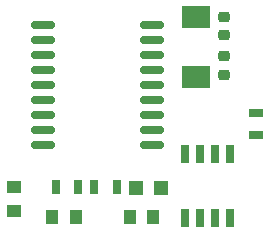
<source format=gbr>
%TF.GenerationSoftware,KiCad,Pcbnew,(6.0.7)*%
%TF.CreationDate,2023-01-30T20:46:25-05:00*%
%TF.ProjectId,SPItoCAN,53504974-6f43-4414-9e2e-6b696361645f,rev?*%
%TF.SameCoordinates,Original*%
%TF.FileFunction,Paste,Top*%
%TF.FilePolarity,Positive*%
%FSLAX46Y46*%
G04 Gerber Fmt 4.6, Leading zero omitted, Abs format (unit mm)*
G04 Created by KiCad (PCBNEW (6.0.7)) date 2023-01-30 20:46:25*
%MOMM*%
%LPD*%
G01*
G04 APERTURE LIST*
G04 Aperture macros list*
%AMRoundRect*
0 Rectangle with rounded corners*
0 $1 Rounding radius*
0 $2 $3 $4 $5 $6 $7 $8 $9 X,Y pos of 4 corners*
0 Add a 4 corners polygon primitive as box body*
4,1,4,$2,$3,$4,$5,$6,$7,$8,$9,$2,$3,0*
0 Add four circle primitives for the rounded corners*
1,1,$1+$1,$2,$3*
1,1,$1+$1,$4,$5*
1,1,$1+$1,$6,$7*
1,1,$1+$1,$8,$9*
0 Add four rect primitives between the rounded corners*
20,1,$1+$1,$2,$3,$4,$5,0*
20,1,$1+$1,$4,$5,$6,$7,0*
20,1,$1+$1,$6,$7,$8,$9,0*
20,1,$1+$1,$8,$9,$2,$3,0*%
G04 Aperture macros list end*
%ADD10R,1.000000X1.250000*%
%ADD11R,0.700000X1.300000*%
%ADD12R,1.200000X1.200000*%
%ADD13R,1.250000X1.000000*%
%ADD14R,0.650000X1.528000*%
%ADD15RoundRect,0.218750X0.256250X-0.218750X0.256250X0.218750X-0.256250X0.218750X-0.256250X-0.218750X0*%
%ADD16RoundRect,0.150000X0.875000X0.150000X-0.875000X0.150000X-0.875000X-0.150000X0.875000X-0.150000X0*%
%ADD17RoundRect,0.218750X-0.256250X0.218750X-0.256250X-0.218750X0.256250X-0.218750X0.256250X0.218750X0*%
%ADD18R,2.400000X1.900000*%
%ADD19R,1.300000X0.700000*%
G04 APERTURE END LIST*
D10*
%TO.C,C4*%
X23114000Y-32791400D03*
X21114000Y-32791400D03*
%TD*%
D11*
%TO.C,R1*%
X21394000Y-30269400D03*
X23294000Y-30269400D03*
%TD*%
D12*
%TO.C,D1*%
X30314000Y-30309400D03*
X28214000Y-30309400D03*
%TD*%
D13*
%TO.C,C3*%
X17864000Y-30279400D03*
X17864000Y-32279400D03*
%TD*%
D11*
%TO.C,R3*%
X24664000Y-30279400D03*
X26564000Y-30279400D03*
%TD*%
D14*
%TO.C,U1*%
X36159000Y-27493400D03*
X34889000Y-27493400D03*
X33619000Y-27493400D03*
X32349000Y-27493400D03*
X32349000Y-32915400D03*
X33619000Y-32915400D03*
X34889000Y-32915400D03*
X36159000Y-32915400D03*
%TD*%
D15*
%TO.C,C2*%
X35654000Y-17404400D03*
X35654000Y-15829400D03*
%TD*%
D16*
%TO.C,U2*%
X29604000Y-26659400D03*
X29604000Y-25389400D03*
X29604000Y-24119400D03*
X29604000Y-22849400D03*
X29604000Y-21579400D03*
X29604000Y-20309400D03*
X29604000Y-19039400D03*
X29604000Y-17769400D03*
X29604000Y-16499400D03*
X20304000Y-16499400D03*
X20304000Y-17769400D03*
X20304000Y-19039400D03*
X20304000Y-20309400D03*
X20304000Y-21579400D03*
X20304000Y-22849400D03*
X20304000Y-24119400D03*
X20304000Y-25389400D03*
X20304000Y-26659400D03*
%TD*%
D17*
%TO.C,C1*%
X35654000Y-19204400D03*
X35654000Y-20779400D03*
%TD*%
D18*
%TO.C,Y1*%
X33254000Y-15854400D03*
X33254000Y-20904400D03*
%TD*%
D19*
%TO.C,R2*%
X38404000Y-25879400D03*
X38404000Y-23979400D03*
%TD*%
D10*
%TO.C,C5*%
X27686000Y-32791400D03*
X29686000Y-32791400D03*
%TD*%
M02*

</source>
